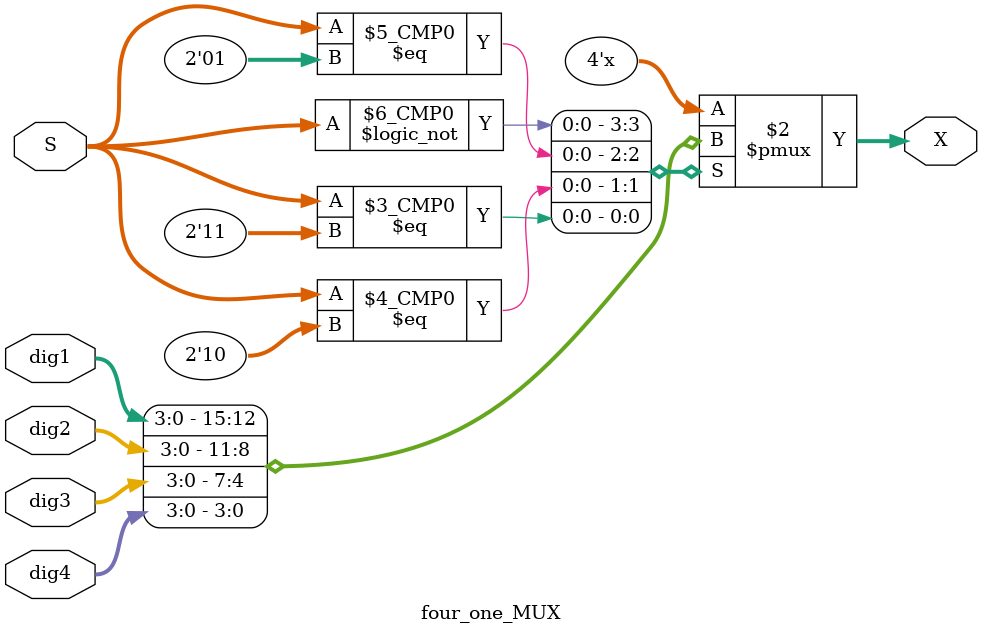
<source format=v>
`timescale 1ns / 1ps


module four_one_MUX(
    input wire [3:0] dig1,
    input wire [3:0] dig2,
    input wire [3:0] dig3,
    input wire [3:0] dig4,
    input wire [1:0] S,
    output reg [3:0] X
    );
    
    always @(S)
        case(S)
            2'b00 : X = dig1;
            2'b01 : X = dig2;
            2'b10 : X = dig3;
            2'b11 : X = dig4;
            default : X = 2'b00;
        endcase
        
endmodule


</source>
